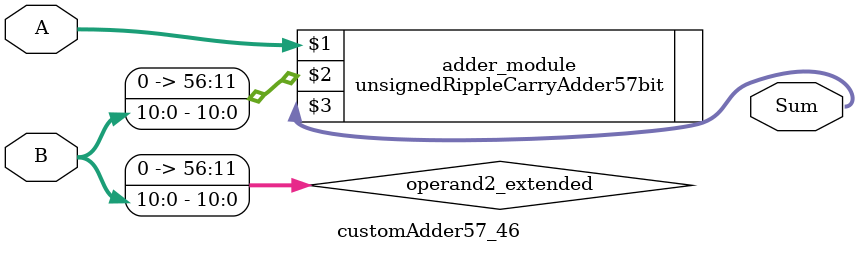
<source format=v>
module customAdder57_46(
                        input [56 : 0] A,
                        input [10 : 0] B,
                        
                        output [57 : 0] Sum
                );

        wire [56 : 0] operand2_extended;
        
        assign operand2_extended =  {46'b0, B};
        
        unsignedRippleCarryAdder57bit adder_module(
            A,
            operand2_extended,
            Sum
        );
        
        endmodule
        
</source>
